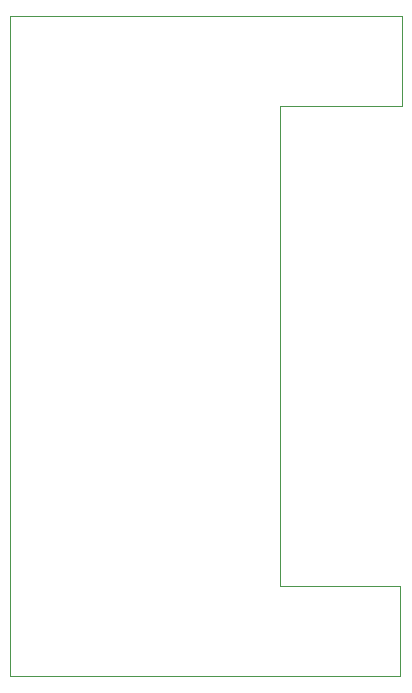
<source format=gm1>
G04 #@! TF.GenerationSoftware,KiCad,Pcbnew,(5.1.4)-1*
G04 #@! TF.CreationDate,2019-11-08T15:33:28+07:00*
G04 #@! TF.ProjectId,PowerForBreadboard,506f7765-7246-46f7-9242-72656164626f,rev?*
G04 #@! TF.SameCoordinates,Original*
G04 #@! TF.FileFunction,Profile,NP*
%FSLAX46Y46*%
G04 Gerber Fmt 4.6, Leading zero omitted, Abs format (unit mm)*
G04 Created by KiCad (PCBNEW (5.1.4)-1) date 2019-11-08 15:33:28*
%MOMM*%
%LPD*%
G04 APERTURE LIST*
%ADD10C,0.050000*%
G04 APERTURE END LIST*
D10*
X133350000Y-67310000D02*
X166497000Y-67310000D01*
X166497000Y-74930000D02*
X166497000Y-67310000D01*
X156210000Y-74930000D02*
X166497000Y-74930000D01*
X156210000Y-115570000D02*
X156210000Y-74930000D01*
X166370000Y-115570000D02*
X156210000Y-115570000D01*
X166370000Y-123190000D02*
X166370000Y-115570000D01*
X133350000Y-123190000D02*
X166370000Y-123190000D01*
X133350000Y-67310000D02*
X133350000Y-123190000D01*
M02*

</source>
